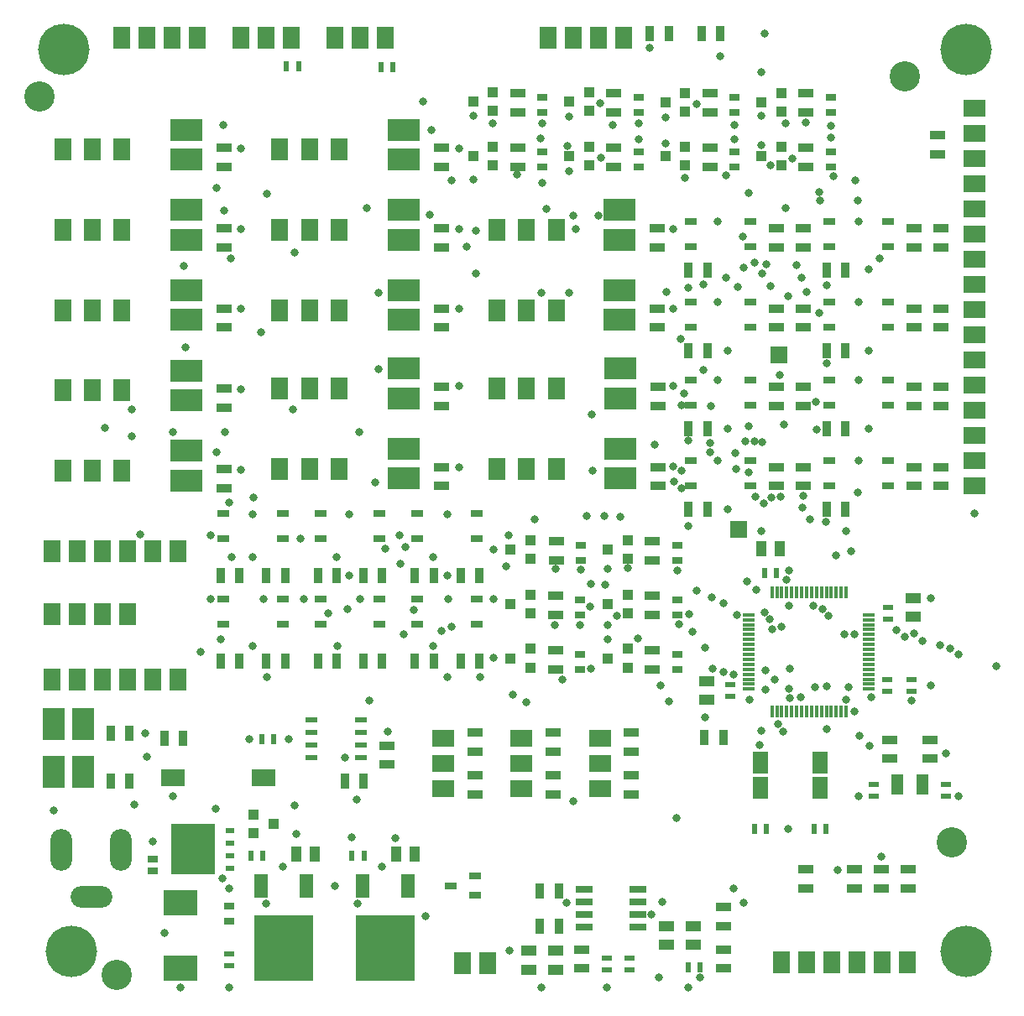
<source format=gts>
G04*
G04 #@! TF.GenerationSoftware,Altium Limited,CircuitStudio,1.5.2 (30)*
G04*
G04 Layer_Color=8388736*
%FSLAX25Y25*%
%MOIN*%
G70*
G01*
G75*
%ADD49R,0.06299X0.08661*%
%ADD50R,0.05118X0.08268*%
%ADD51R,0.09409X0.07087*%
%ADD52R,0.04528X0.02677*%
%ADD53R,0.04331X0.03937*%
%ADD54R,0.05118X0.02362*%
%ADD55R,0.06890X0.03150*%
%ADD56R,0.03543X0.05906*%
%ADD57R,0.04331X0.03150*%
%ADD58R,0.17598X0.20079*%
%ADD59R,0.03189X0.02402*%
%ADD60R,0.12598X0.08661*%
%ADD61R,0.05512X0.09449*%
%ADD62R,0.23622X0.25984*%
%ADD63R,0.01575X0.05118*%
%ADD64R,0.05118X0.01575*%
%ADD65C,0.12000*%
%ADD66R,0.03937X0.02756*%
%ADD67R,0.13780X0.10236*%
%ADD68R,0.04331X0.05906*%
%ADD69R,0.04331X0.02362*%
%ADD70R,0.04724X0.03150*%
%ADD71R,0.02362X0.04331*%
%ADD72R,0.05906X0.04331*%
%ADD73R,0.08661X0.12598*%
%ADD74R,0.05906X0.03543*%
%ADD75O,0.16535X0.08661*%
%ADD76O,0.08661X0.16535*%
%ADD77C,0.20472*%
%ADD78R,0.07087X0.08661*%
%ADD79R,0.08661X0.07087*%
%ADD80R,0.07087X0.07087*%
%ADD81C,0.03150*%
D49*
X318110Y82677D02*
D03*
Y92677D02*
D03*
X294488Y82677D02*
D03*
Y92677D02*
D03*
D50*
X358661Y83858D02*
D03*
X348819D02*
D03*
D51*
X97224Y86614D02*
D03*
X61043D02*
D03*
D52*
X181299Y39882D02*
D03*
Y47520D02*
D03*
X171457Y43701D02*
D03*
D53*
X241732Y130315D02*
D03*
Y137795D02*
D03*
X233858Y134055D02*
D03*
X93307Y72047D02*
D03*
Y64567D02*
D03*
X101181Y68307D02*
D03*
X188189Y351528D02*
D03*
Y359008D02*
D03*
X180315Y355268D02*
D03*
X226378Y351528D02*
D03*
Y359008D02*
D03*
X218504Y355268D02*
D03*
X264567Y351134D02*
D03*
Y358614D02*
D03*
X256693Y354874D02*
D03*
X302756Y351134D02*
D03*
Y358614D02*
D03*
X294882Y354874D02*
D03*
X188189Y329921D02*
D03*
Y337402D02*
D03*
X180315Y333661D02*
D03*
X226378Y329921D02*
D03*
Y337402D02*
D03*
X218504Y333661D02*
D03*
X264567Y329921D02*
D03*
Y337402D02*
D03*
X256693Y333661D02*
D03*
X302756Y329921D02*
D03*
Y337402D02*
D03*
X294882Y333661D02*
D03*
X203150Y173622D02*
D03*
Y181102D02*
D03*
X195276Y177362D02*
D03*
X241732Y173622D02*
D03*
Y181102D02*
D03*
X233858Y177362D02*
D03*
X203150Y151969D02*
D03*
Y159449D02*
D03*
X195276Y155709D02*
D03*
X203150Y130315D02*
D03*
Y137795D02*
D03*
X195276Y134055D02*
D03*
X241732Y151969D02*
D03*
Y159449D02*
D03*
X233858Y155709D02*
D03*
D54*
X116142Y109468D02*
D03*
Y104469D02*
D03*
Y99468D02*
D03*
Y94468D02*
D03*
X135827Y109468D02*
D03*
Y104469D02*
D03*
Y99468D02*
D03*
Y94468D02*
D03*
D55*
X224410Y42146D02*
D03*
Y37146D02*
D03*
Y32146D02*
D03*
Y27146D02*
D03*
X245669Y42146D02*
D03*
Y37146D02*
D03*
Y32146D02*
D03*
Y27146D02*
D03*
D56*
X57677Y102362D02*
D03*
X65158D02*
D03*
X36417Y85433D02*
D03*
X43898D02*
D03*
X36417Y104331D02*
D03*
X43898D02*
D03*
X214370Y27559D02*
D03*
X206890D02*
D03*
X206890Y41732D02*
D03*
X214370D02*
D03*
X271063Y382283D02*
D03*
X278543D02*
D03*
X258071D02*
D03*
X250591D02*
D03*
X136811Y85433D02*
D03*
X129331D02*
D03*
X273425Y193307D02*
D03*
X265945D02*
D03*
X273425Y225197D02*
D03*
X265945D02*
D03*
X273425Y256299D02*
D03*
X265945D02*
D03*
X273425Y288189D02*
D03*
X265945D02*
D03*
X328150Y193307D02*
D03*
X320669D02*
D03*
X328150Y225197D02*
D03*
X320669D02*
D03*
X328150Y256299D02*
D03*
X320669D02*
D03*
X328150Y288189D02*
D03*
X320669D02*
D03*
X98228Y166929D02*
D03*
X105709D02*
D03*
X98228Y133071D02*
D03*
X105709D02*
D03*
X80118Y166929D02*
D03*
X87598D02*
D03*
X80118Y133071D02*
D03*
X87598D02*
D03*
X136811Y166929D02*
D03*
X144291D02*
D03*
X136811Y133071D02*
D03*
X144291D02*
D03*
X118701Y166929D02*
D03*
X126181D02*
D03*
X118701Y133071D02*
D03*
X126181D02*
D03*
X175394Y166929D02*
D03*
X182874D02*
D03*
X175394Y133071D02*
D03*
X182874D02*
D03*
X157283Y166929D02*
D03*
X164764D02*
D03*
X157283Y133071D02*
D03*
X164764D02*
D03*
X272244Y102756D02*
D03*
X279724D02*
D03*
D57*
X261417Y129724D02*
D03*
Y135630D02*
D03*
X83464Y29724D02*
D03*
Y35630D02*
D03*
X207874Y350984D02*
D03*
Y356890D02*
D03*
X246063Y350984D02*
D03*
Y356890D02*
D03*
X284252Y350984D02*
D03*
Y356890D02*
D03*
X322441Y350984D02*
D03*
Y356890D02*
D03*
X207874Y329331D02*
D03*
Y335236D02*
D03*
X246063Y335236D02*
D03*
Y329331D02*
D03*
X284252Y335236D02*
D03*
Y329331D02*
D03*
X322441Y335236D02*
D03*
Y329331D02*
D03*
X223228Y173031D02*
D03*
Y178937D02*
D03*
X261417Y173031D02*
D03*
Y178937D02*
D03*
X222835Y151378D02*
D03*
Y157283D02*
D03*
Y129724D02*
D03*
Y135630D02*
D03*
X261417Y151378D02*
D03*
Y157283D02*
D03*
D58*
X69075Y58248D02*
D03*
D59*
X83681Y65768D02*
D03*
Y50768D02*
D03*
Y55768D02*
D03*
Y60768D02*
D03*
D60*
X238976Y217323D02*
D03*
Y205512D02*
D03*
X66535Y280315D02*
D03*
Y268504D02*
D03*
Y312205D02*
D03*
Y300394D02*
D03*
Y344094D02*
D03*
Y332283D02*
D03*
X152756Y280315D02*
D03*
Y268504D02*
D03*
Y312205D02*
D03*
Y300394D02*
D03*
Y344094D02*
D03*
Y332283D02*
D03*
X238583Y280315D02*
D03*
Y268504D02*
D03*
X238583Y312205D02*
D03*
Y300394D02*
D03*
X66535Y248425D02*
D03*
Y236614D02*
D03*
X66535Y216535D02*
D03*
Y204724D02*
D03*
X152756Y249213D02*
D03*
Y237402D02*
D03*
Y217323D02*
D03*
Y205512D02*
D03*
X238976Y249213D02*
D03*
Y237402D02*
D03*
D61*
X154331Y43701D02*
D03*
X136378D02*
D03*
X114173D02*
D03*
X96220D02*
D03*
D62*
X145354Y18898D02*
D03*
X105197D02*
D03*
D63*
X299016Y112795D02*
D03*
X300984D02*
D03*
X302953D02*
D03*
X304921D02*
D03*
X306890D02*
D03*
X308858D02*
D03*
X310827D02*
D03*
X312795D02*
D03*
X314764D02*
D03*
X316732D02*
D03*
X318701D02*
D03*
X320669D02*
D03*
X322638D02*
D03*
X324606D02*
D03*
X326575D02*
D03*
X328543D02*
D03*
Y160433D02*
D03*
X326575D02*
D03*
X324606D02*
D03*
X322638D02*
D03*
X320669D02*
D03*
X318701D02*
D03*
X316732D02*
D03*
X314764D02*
D03*
X312795D02*
D03*
X310827D02*
D03*
X308858D02*
D03*
X306890D02*
D03*
X304921D02*
D03*
X302953D02*
D03*
X300984D02*
D03*
X299016D02*
D03*
D64*
X337598Y121850D02*
D03*
Y123819D02*
D03*
Y125787D02*
D03*
Y127756D02*
D03*
Y129724D02*
D03*
Y131693D02*
D03*
Y133661D02*
D03*
Y135630D02*
D03*
Y137598D02*
D03*
Y139567D02*
D03*
Y141535D02*
D03*
Y143504D02*
D03*
Y145472D02*
D03*
Y147441D02*
D03*
Y149409D02*
D03*
Y151378D02*
D03*
X289961D02*
D03*
Y149409D02*
D03*
Y147441D02*
D03*
Y145472D02*
D03*
Y143504D02*
D03*
Y141535D02*
D03*
Y139567D02*
D03*
Y137598D02*
D03*
Y135630D02*
D03*
Y133661D02*
D03*
Y131693D02*
D03*
Y129724D02*
D03*
Y127756D02*
D03*
Y125787D02*
D03*
Y123819D02*
D03*
Y121850D02*
D03*
D65*
X38681Y8169D02*
D03*
X351870Y365453D02*
D03*
X370472Y61122D02*
D03*
X8169Y357382D02*
D03*
D66*
X53150Y49508D02*
D03*
Y54429D02*
D03*
D67*
X64173Y37008D02*
D03*
Y11024D02*
D03*
D68*
X294685Y177461D02*
D03*
X302165D02*
D03*
X110039Y56299D02*
D03*
X117520D02*
D03*
X149803D02*
D03*
X157283D02*
D03*
D69*
X354331Y120866D02*
D03*
Y125591D02*
D03*
X83464Y11811D02*
D03*
Y16535D02*
D03*
X233465Y14961D02*
D03*
Y10236D02*
D03*
X242520Y14961D02*
D03*
Y10236D02*
D03*
X368110Y79134D02*
D03*
Y83858D02*
D03*
X339370Y79134D02*
D03*
Y83858D02*
D03*
X282579Y123622D02*
D03*
Y118898D02*
D03*
X345079Y149606D02*
D03*
Y154331D02*
D03*
X344980Y120866D02*
D03*
Y125591D02*
D03*
D70*
X158268Y157638D02*
D03*
Y147638D02*
D03*
X181890Y157638D02*
D03*
Y147638D02*
D03*
X266929Y212756D02*
D03*
Y202756D02*
D03*
X290551Y212756D02*
D03*
Y202756D02*
D03*
X266929Y244646D02*
D03*
Y234646D02*
D03*
X290551Y244646D02*
D03*
Y234646D02*
D03*
X266929Y275748D02*
D03*
Y265748D02*
D03*
X290551Y275748D02*
D03*
Y265748D02*
D03*
X266929Y307638D02*
D03*
Y297638D02*
D03*
X290551Y307638D02*
D03*
Y297638D02*
D03*
X321654Y212756D02*
D03*
Y202756D02*
D03*
X345276Y212756D02*
D03*
Y202756D02*
D03*
X321654Y244646D02*
D03*
Y234646D02*
D03*
X345276Y244646D02*
D03*
Y234646D02*
D03*
X321654Y275748D02*
D03*
Y265748D02*
D03*
X345276Y275748D02*
D03*
Y265748D02*
D03*
X321654Y307638D02*
D03*
Y297638D02*
D03*
X345276Y307638D02*
D03*
Y297638D02*
D03*
X81102Y191496D02*
D03*
Y181496D02*
D03*
X104725Y191496D02*
D03*
Y181496D02*
D03*
X81102Y157638D02*
D03*
Y147638D02*
D03*
X104725Y157638D02*
D03*
Y147638D02*
D03*
X119685Y191496D02*
D03*
Y181496D02*
D03*
X143307Y191496D02*
D03*
Y181496D02*
D03*
X119685Y157638D02*
D03*
Y147638D02*
D03*
X143307Y157638D02*
D03*
Y147638D02*
D03*
X158268Y191496D02*
D03*
Y181496D02*
D03*
X181890Y191496D02*
D03*
Y181496D02*
D03*
D71*
X96850Y55512D02*
D03*
X92126D02*
D03*
X137008D02*
D03*
X132283D02*
D03*
X265748Y11417D02*
D03*
X270473D02*
D03*
X111024Y369291D02*
D03*
X106299D02*
D03*
X148425Y368898D02*
D03*
X143701D02*
D03*
X296850Y66142D02*
D03*
X292126D02*
D03*
X315748D02*
D03*
X320472D02*
D03*
X101181Y101969D02*
D03*
X96457D02*
D03*
X300787Y167815D02*
D03*
X296063D02*
D03*
D72*
X212992Y10433D02*
D03*
Y17913D02*
D03*
X267717Y20276D02*
D03*
Y27756D02*
D03*
X257087Y20276D02*
D03*
Y27756D02*
D03*
X202362Y17913D02*
D03*
Y10433D02*
D03*
X273228Y117520D02*
D03*
Y125000D02*
D03*
X355020Y158071D02*
D03*
Y150591D02*
D03*
D73*
X13780Y88976D02*
D03*
X25591D02*
D03*
X13780Y107874D02*
D03*
X25591D02*
D03*
D74*
X223622Y10827D02*
D03*
Y18307D02*
D03*
X279921Y10827D02*
D03*
Y18307D02*
D03*
Y27756D02*
D03*
Y35236D02*
D03*
X212205Y97047D02*
D03*
Y104528D02*
D03*
Y87598D02*
D03*
Y80118D02*
D03*
X312598Y42717D02*
D03*
Y50197D02*
D03*
X331890Y42717D02*
D03*
Y50197D02*
D03*
X342520Y42717D02*
D03*
Y50197D02*
D03*
X353150Y42717D02*
D03*
Y50197D02*
D03*
X146063Y99409D02*
D03*
Y91929D02*
D03*
X364961Y334449D02*
D03*
Y341929D02*
D03*
X361811Y101772D02*
D03*
Y94291D02*
D03*
X345669Y101772D02*
D03*
Y94291D02*
D03*
X81496Y273031D02*
D03*
Y265551D02*
D03*
Y304921D02*
D03*
Y297441D02*
D03*
X300787Y202559D02*
D03*
Y210039D02*
D03*
X300787Y241929D02*
D03*
Y234449D02*
D03*
X198031Y358465D02*
D03*
Y350984D02*
D03*
X236221Y358465D02*
D03*
Y350984D02*
D03*
X311417Y202559D02*
D03*
Y210039D02*
D03*
Y234449D02*
D03*
Y241929D02*
D03*
X81496Y336811D02*
D03*
Y329331D02*
D03*
X167717Y273031D02*
D03*
Y265551D02*
D03*
X300787D02*
D03*
Y273031D02*
D03*
Y297441D02*
D03*
Y304921D02*
D03*
X274410Y358465D02*
D03*
Y350984D02*
D03*
X312598Y358465D02*
D03*
Y350984D02*
D03*
X311417Y265551D02*
D03*
Y273031D02*
D03*
Y297441D02*
D03*
Y304921D02*
D03*
X167717Y304921D02*
D03*
Y297441D02*
D03*
Y336811D02*
D03*
Y329331D02*
D03*
X355512Y202559D02*
D03*
Y210039D02*
D03*
Y241929D02*
D03*
Y234449D02*
D03*
X198031Y336811D02*
D03*
Y329331D02*
D03*
X236221Y336811D02*
D03*
Y329331D02*
D03*
X366142Y202559D02*
D03*
Y210039D02*
D03*
Y241929D02*
D03*
Y234449D02*
D03*
X253543Y273031D02*
D03*
Y265551D02*
D03*
Y304921D02*
D03*
Y297441D02*
D03*
X355512Y265551D02*
D03*
Y273031D02*
D03*
Y304921D02*
D03*
Y297441D02*
D03*
X274410Y336811D02*
D03*
Y329331D02*
D03*
X312598Y336811D02*
D03*
Y329331D02*
D03*
X366142Y265551D02*
D03*
Y273031D02*
D03*
Y304921D02*
D03*
Y297441D02*
D03*
X243307Y104528D02*
D03*
Y97047D02*
D03*
Y87598D02*
D03*
Y80118D02*
D03*
X81496Y241142D02*
D03*
Y233661D02*
D03*
Y209252D02*
D03*
Y201772D02*
D03*
X213386Y180512D02*
D03*
Y173031D02*
D03*
X251575Y180512D02*
D03*
Y173031D02*
D03*
X167717Y241929D02*
D03*
Y234449D02*
D03*
X167717Y210039D02*
D03*
Y202559D02*
D03*
X212992Y158858D02*
D03*
Y151378D02*
D03*
Y137205D02*
D03*
Y129724D02*
D03*
X253937Y241929D02*
D03*
Y234449D02*
D03*
Y210039D02*
D03*
Y202559D02*
D03*
X251575Y158858D02*
D03*
Y151378D02*
D03*
Y137205D02*
D03*
Y129724D02*
D03*
X181102Y87598D02*
D03*
Y80118D02*
D03*
Y104528D02*
D03*
Y97047D02*
D03*
D75*
X28740Y39370D02*
D03*
D76*
X16929Y57874D02*
D03*
X40551D02*
D03*
D77*
X375984Y17717D02*
D03*
X20866D02*
D03*
X17717Y375984D02*
D03*
X375984D02*
D03*
D78*
X12992Y176772D02*
D03*
X22992D02*
D03*
X32992D02*
D03*
X42992D02*
D03*
X52992D02*
D03*
X62992D02*
D03*
X40945Y380709D02*
D03*
X50945D02*
D03*
X60945D02*
D03*
X70945D02*
D03*
X213386Y241339D02*
D03*
X201575D02*
D03*
X189764D02*
D03*
X185984Y12992D02*
D03*
X175984D02*
D03*
X12992Y151575D02*
D03*
X22992D02*
D03*
X32992D02*
D03*
X42992D02*
D03*
X12992Y125591D02*
D03*
X22992D02*
D03*
X32992D02*
D03*
X42992D02*
D03*
X52992D02*
D03*
X62992D02*
D03*
X302756Y13386D02*
D03*
X312756D02*
D03*
X322756D02*
D03*
X332756D02*
D03*
X342756D02*
D03*
X352756D02*
D03*
X210236Y380709D02*
D03*
X220236D02*
D03*
X230236D02*
D03*
X240236D02*
D03*
X40945Y272441D02*
D03*
X29134D02*
D03*
X17323D02*
D03*
X40945Y304331D02*
D03*
X29134D02*
D03*
X17323D02*
D03*
X40945Y336221D02*
D03*
X29134D02*
D03*
X17323D02*
D03*
X127165Y272441D02*
D03*
X115354D02*
D03*
X103543D02*
D03*
X127165Y304331D02*
D03*
X115354D02*
D03*
X103543D02*
D03*
X127165Y336221D02*
D03*
X115354D02*
D03*
X103543D02*
D03*
X213386Y272441D02*
D03*
X201575D02*
D03*
X189764D02*
D03*
X213386Y304331D02*
D03*
X201575D02*
D03*
X189764D02*
D03*
X88189Y380709D02*
D03*
X98189D02*
D03*
X108189D02*
D03*
X125591Y380709D02*
D03*
X135591D02*
D03*
X145591D02*
D03*
X40945Y208661D02*
D03*
X29134D02*
D03*
X17323D02*
D03*
X40945Y240551D02*
D03*
X29134D02*
D03*
X17323D02*
D03*
X127165Y209449D02*
D03*
X115354D02*
D03*
X103543D02*
D03*
X127165Y241339D02*
D03*
X115354D02*
D03*
X103543D02*
D03*
X213386Y209449D02*
D03*
X201575D02*
D03*
X189764D02*
D03*
D79*
X168504Y102362D02*
D03*
Y92362D02*
D03*
Y82362D02*
D03*
X379528Y202756D02*
D03*
Y212756D02*
D03*
Y222756D02*
D03*
Y232756D02*
D03*
Y242756D02*
D03*
Y252756D02*
D03*
Y262756D02*
D03*
Y272756D02*
D03*
Y282756D02*
D03*
Y292756D02*
D03*
Y302756D02*
D03*
Y312756D02*
D03*
Y322756D02*
D03*
Y332756D02*
D03*
Y342756D02*
D03*
Y352756D02*
D03*
X199606Y102362D02*
D03*
Y92362D02*
D03*
Y82362D02*
D03*
X230709Y102362D02*
D03*
Y92362D02*
D03*
Y82362D02*
D03*
D80*
X301969Y254528D02*
D03*
X285728Y185138D02*
D03*
D81*
X218406Y279331D02*
D03*
X207579D02*
D03*
X294685Y105217D02*
D03*
X232776Y163386D02*
D03*
X227264Y163583D02*
D03*
X226772Y154626D02*
D03*
X76083Y183071D02*
D03*
X285433Y281594D02*
D03*
X280709Y285236D02*
D03*
X329429Y122638D02*
D03*
X262894Y261122D02*
D03*
X284596Y215551D02*
D03*
X296850Y290551D02*
D03*
X289862Y318898D02*
D03*
X207087Y340650D02*
D03*
X262992Y234646D02*
D03*
X355413Y143799D02*
D03*
X81398Y312008D02*
D03*
X230709Y354528D02*
D03*
X269094Y354232D02*
D03*
X188189Y346555D02*
D03*
X137992Y313090D02*
D03*
X109350Y295177D02*
D03*
X84153Y292913D02*
D03*
X81299Y345965D02*
D03*
X163976Y344094D02*
D03*
X160531Y355413D02*
D03*
X217913Y337500D02*
D03*
X231004Y332874D02*
D03*
X304429Y346752D02*
D03*
X142913Y279232D02*
D03*
X298622Y329921D02*
D03*
X323622Y325492D02*
D03*
X317717Y319390D02*
D03*
X280906Y325984D02*
D03*
X197835Y326181D02*
D03*
X264469Y324902D02*
D03*
X96161Y263779D02*
D03*
X312500Y346949D02*
D03*
X307283Y332677D02*
D03*
X298425Y281890D02*
D03*
X271654Y282480D02*
D03*
X162992Y310335D02*
D03*
X171752Y324016D02*
D03*
X177854Y297539D02*
D03*
X292126Y291339D02*
D03*
X287894Y289272D02*
D03*
X287598Y301673D02*
D03*
X230020Y309941D02*
D03*
X235728Y345866D02*
D03*
X181496Y304035D02*
D03*
Y286910D02*
D03*
X227559Y230807D02*
D03*
X265945Y220571D02*
D03*
X142815Y248819D02*
D03*
X108957Y232972D02*
D03*
X61122Y224114D02*
D03*
X111909Y181693D02*
D03*
X151476Y171653D02*
D03*
X145374Y177657D02*
D03*
X171850Y146653D02*
D03*
X44980Y233071D02*
D03*
X34252Y225787D02*
D03*
X48130Y183169D02*
D03*
X153347Y178347D02*
D03*
X193405Y170472D02*
D03*
X78543Y216043D02*
D03*
X227953Y208760D02*
D03*
X238976Y190157D02*
D03*
X241732Y170079D02*
D03*
X135138Y223819D02*
D03*
X81890D02*
D03*
X44980Y222441D02*
D03*
X122835Y151870D02*
D03*
X152657Y143602D02*
D03*
X167913Y145079D02*
D03*
X170276Y126575D02*
D03*
X183071D02*
D03*
X66240Y257480D02*
D03*
X78642Y320965D02*
D03*
X304626Y313090D02*
D03*
X310925Y285433D02*
D03*
X305413Y277953D02*
D03*
X316535Y235925D02*
D03*
X98524Y318701D02*
D03*
X220177Y309941D02*
D03*
X221063Y304528D02*
D03*
X317913Y271161D02*
D03*
X209547Y312598D02*
D03*
X308760Y290453D02*
D03*
X295079Y287008D02*
D03*
X65453Y289961D02*
D03*
X274508Y219685D02*
D03*
X289764Y207972D02*
D03*
X232579Y190650D02*
D03*
X225492Y190748D02*
D03*
X237598Y150886D02*
D03*
X294980Y367028D02*
D03*
X296260Y382185D02*
D03*
X341929Y292913D02*
D03*
X312697Y279724D02*
D03*
X302067Y246654D02*
D03*
X303740Y226969D02*
D03*
X318110Y316043D02*
D03*
X333268D02*
D03*
X257283Y279626D02*
D03*
X263090Y208563D02*
D03*
X271752Y248622D02*
D03*
X170177Y167028D02*
D03*
X245965Y141831D02*
D03*
X131201Y166831D02*
D03*
X130413Y153642D02*
D03*
X156791Y153445D02*
D03*
X196161Y119488D02*
D03*
X139272Y117323D02*
D03*
X194587Y183071D02*
D03*
X98327Y126476D02*
D03*
X150984Y182874D02*
D03*
X141339Y203839D02*
D03*
X263189Y201575D02*
D03*
X265945Y186713D02*
D03*
X274803Y234252D02*
D03*
X289862Y226181D02*
D03*
X288386Y220177D02*
D03*
X292028Y220374D02*
D03*
X295669Y195669D02*
D03*
X298917Y198031D02*
D03*
X302362Y198425D02*
D03*
X314173Y189173D02*
D03*
X311417Y198622D02*
D03*
X295276Y220079D02*
D03*
X264075Y239173D02*
D03*
X320571Y188287D02*
D03*
X311122Y193996D02*
D03*
X252362Y218799D02*
D03*
X284941Y209350D02*
D03*
X292520Y198130D02*
D03*
X260236Y204429D02*
D03*
X275098Y158169D02*
D03*
X324606Y175098D02*
D03*
X330413Y176575D02*
D03*
X302756Y146653D02*
D03*
X321358Y150984D02*
D03*
X306201Y129823D02*
D03*
X262106Y147539D02*
D03*
X279724Y156004D02*
D03*
X204724Y189370D02*
D03*
X292913Y161417D02*
D03*
X315354Y155020D02*
D03*
X305807Y154921D02*
D03*
X319291Y153740D02*
D03*
X215650Y125787D02*
D03*
X289173Y164665D02*
D03*
X72244Y136614D02*
D03*
X261122Y70571D02*
D03*
X293996Y99606D02*
D03*
X306201Y118209D02*
D03*
X254724Y123130D02*
D03*
X320669Y282382D02*
D03*
Y251279D02*
D03*
X304921Y165256D02*
D03*
X316732Y225098D02*
D03*
X278543Y373130D02*
D03*
X250590Y376575D02*
D03*
X333268Y199902D02*
D03*
X274606Y216043D02*
D03*
X265945Y281299D02*
D03*
X269094Y161024D02*
D03*
X299114Y145472D02*
D03*
X296161Y152264D02*
D03*
X298031Y149606D02*
D03*
X258169Y117028D02*
D03*
X285039Y151378D02*
D03*
X316240Y122736D02*
D03*
X80118Y141535D02*
D03*
X213189Y169488D02*
D03*
X212894Y147244D02*
D03*
X267520Y144488D02*
D03*
X305807Y121850D02*
D03*
X129626Y94488D02*
D03*
X146358Y104921D02*
D03*
X275590Y130118D02*
D03*
X279724Y128740D02*
D03*
X296358Y121653D02*
D03*
X296457Y129232D02*
D03*
X283858Y127756D02*
D03*
Y42520D02*
D03*
X300197Y125787D02*
D03*
X287795Y36909D02*
D03*
X379331Y191732D02*
D03*
X327756Y143701D02*
D03*
X331693D02*
D03*
X310531Y118602D02*
D03*
X320866Y122835D02*
D03*
X342520Y55315D02*
D03*
X109547Y75689D02*
D03*
X78150Y74213D02*
D03*
X45866Y75984D02*
D03*
X57677Y24803D02*
D03*
X328445Y117717D02*
D03*
X331890Y112795D02*
D03*
X338583Y118602D02*
D03*
X325098Y50000D02*
D03*
X333957Y103150D02*
D03*
X368110Y96161D02*
D03*
X337894Y99410D02*
D03*
X301476Y107874D02*
D03*
X303445Y105118D02*
D03*
X387992Y131102D02*
D03*
X373228Y135728D02*
D03*
X369685Y137795D02*
D03*
X365650Y139370D02*
D03*
X358661Y141043D02*
D03*
X351673Y142520D02*
D03*
X348524Y145177D02*
D03*
X362303Y123130D02*
D03*
X270472Y7185D02*
D03*
X254232D02*
D03*
X217323Y37008D02*
D03*
X194882Y17913D02*
D03*
X220079Y77165D02*
D03*
X255374Y37146D02*
D03*
X126378Y138976D02*
D03*
X164567D02*
D03*
X92913D02*
D03*
X125984Y174409D02*
D03*
X164567D02*
D03*
X92913D02*
D03*
X84646D02*
D03*
X83465Y196063D02*
D03*
X93307Y198031D02*
D03*
X332283Y324016D02*
D03*
X259842Y304724D02*
D03*
Y272835D02*
D03*
Y242126D02*
D03*
Y210236D02*
D03*
X88189Y336614D02*
D03*
Y304724D02*
D03*
Y272835D02*
D03*
Y240945D02*
D03*
Y209055D02*
D03*
X174803Y336614D02*
D03*
Y304724D02*
D03*
Y272835D02*
D03*
Y242126D02*
D03*
Y209842D02*
D03*
X50000Y104331D02*
D03*
X134252Y77953D02*
D03*
X149606Y62598D02*
D03*
X161417Y31496D02*
D03*
X281496Y256299D02*
D03*
Y225197D02*
D03*
X337402D02*
D03*
Y256299D02*
D03*
Y288583D02*
D03*
X201575Y116535D02*
D03*
X281496Y193307D02*
D03*
X328346Y184646D02*
D03*
X294882D02*
D03*
X362205Y157874D02*
D03*
X290158Y117717D02*
D03*
X50787Y94882D02*
D03*
X110236Y64173D02*
D03*
X125591Y43701D02*
D03*
X132283Y62992D02*
D03*
X80709Y46457D02*
D03*
X134646Y36614D02*
D03*
X98032D02*
D03*
X53150Y61417D02*
D03*
X13780Y73622D02*
D03*
X61024Y79134D02*
D03*
X91339Y101969D02*
D03*
X107087D02*
D03*
X75984Y157480D02*
D03*
X97244D02*
D03*
X112992D02*
D03*
X135433D02*
D03*
X170472D02*
D03*
X188583D02*
D03*
X207874Y322835D02*
D03*
X180315Y324410D02*
D03*
Y349606D02*
D03*
X207874Y346457D02*
D03*
X218504Y349213D02*
D03*
Y327559D02*
D03*
X256693Y348819D02*
D03*
X246063Y346457D02*
D03*
X256693Y338583D02*
D03*
X246063Y340158D02*
D03*
X322441Y345669D02*
D03*
Y340945D02*
D03*
X284252Y340158D02*
D03*
Y346063D02*
D03*
X294882Y337795D02*
D03*
Y349606D02*
D03*
X333465Y307480D02*
D03*
X277559D02*
D03*
Y212598D02*
D03*
Y275590D02*
D03*
Y244488D02*
D03*
X333465Y212598D02*
D03*
Y244488D02*
D03*
Y275590D02*
D03*
X170079Y191339D02*
D03*
X131102D02*
D03*
X92913D02*
D03*
X64173Y3150D02*
D03*
X83465Y42520D02*
D03*
Y3150D02*
D03*
X207480D02*
D03*
X233465D02*
D03*
X265748D02*
D03*
X251181Y32283D02*
D03*
X104724Y51181D02*
D03*
X144095D02*
D03*
X188583Y134252D02*
D03*
X233858Y141732D02*
D03*
X222835Y147244D02*
D03*
X227165Y129921D02*
D03*
X188583Y177165D02*
D03*
X223228Y169291D02*
D03*
X233858Y147244D02*
D03*
X233858Y169685D02*
D03*
X261417Y168898D02*
D03*
X305906D02*
D03*
X320866Y105905D02*
D03*
X272441Y138189D02*
D03*
X354331Y117323D02*
D03*
X266142Y151575D02*
D03*
X272441Y110630D02*
D03*
X373228Y79134D02*
D03*
X333465D02*
D03*
X305512Y66142D02*
D03*
M02*

</source>
